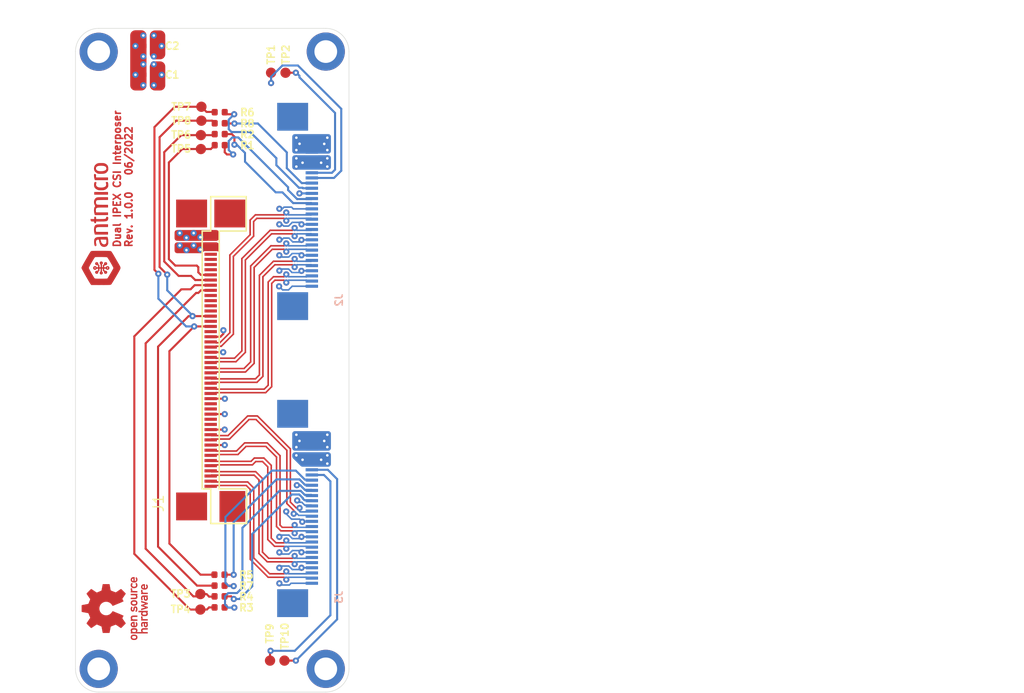
<source format=kicad_pcb>
(kicad_pcb (version 20211014) (generator pcbnew)
  (layers (0 "F.Cu" signal) (1 "In1.Cu" power) (2 "In2.Cu" power) (31 "B.Cu" signal) (34 "B.Paste" user) (35 "F.Paste" user) (36 "B.SilkS" user "B.Silkscreen") (37 "F.SilkS" user "F.Silkscreen") (38 "B.Mask" user) (39 "F.Mask" user) (44 "Edge.Cuts" user))
  (net 0 "")
  (net 1 "GND")
  (net 2 "5V0_SYS")
  (net 3 "3V3_FFC")
  (net 4 "/CAM_R_SCL")
  (net 5 "/CAM_R_SDA")
  (net 6 "/CAM_L_SCL")
  (net 7 "/CAM_L_SDA")
  (net 8 "CAM1_SCL")
  (net 9 "CAM1_SDA")
  (net 24 "CAM2_CSI_D3_N")
  (net 25 "CAM2_CSI_D3_P")
  (net 26 "CAM2_CSI_D2_N")
  (net 27 "CAM2_CSI_D2_P")
  (net 28 "CAM2_CSI_D1_N")
  (net 29 "CAM2_CSI_D1_P")
  (net 30 "CAM2_CSI_D0_N")
  (net 31 "CAM2_CSI_D0_P")
  (net 32 "CAM2_CSI_CLK_N")
  (net 33 "CAM2_CSI_CLK_P")
  (net 34 "CAM1_CSI_D3_N")
  (net 35 "CAM1_CSI_D3_P")
  (net 36 "CAM1_CSI_D2_N")
  (net 37 "CAM1_CSI_D2_P")
  (net 38 "CAM1_CSI_D1_N")
  (net 39 "CAM1_CSI_D1_P")
  (net 40 "CAM1_CSI_D0_N")
  (net 41 "CAM1_CSI_D0_P")
  (net 42 "CAM1_CSI_CLK_N")
  (net 43 "CAM1_CSI_CLK_P")
  (net 44 "CAM1_CSI_CAM_EN")
  (net 45 "CAM1_CSI_CAM_XVS")
  (net 46 "CAM1_CSI_CAM_CLK")
  (net 47 "CAM1_CSI_CAM_XTRIG")
  (net 48 "CAM2_SDA")
  (net 49 "CAM2_SCL")
  (net 50 "CAM2_CSI_CAM_EN")
  (net 51 "CAM2_CSI_CAM_XVS")
  (net 52 "CAM2_CSI_CAM_CLK")
  (net 53 "CAM2_CSI_CAM_XTRIG")
  (net 54 "/CAM_CSI_CAM_EN")
  (net 55 "/CAM_CSI_CAM_XVS")
  (footprint "dual-ipex-csi-interposer-footprints:WE_68715014522" (layer "F.Cu") (at 112.5 132.15 90)
    (fp_text reference "J1")
    (fp_text value "WE_68715014522")
  )
  (footprint "dual-ipex-csi-interposer-footprints:oshw-logo" (layer "F.Cu") (at 103.8 156.25 90)
    (fp_text reference "N1" hide)
    (fp_text value "oshw_logo" hide)
  )
  (footprint "dual-ipex-csi-interposer-footprints:antmicro-logo_scaled_12mm" (layer "F.Cu") (at 102.5 119 90)
    (fp_text reference "N2" hide)
    (fp_text value "antmicro_logo" hide)
  )
  (footprint "dual-ipex-csi-interposer-footprints:mounting-hole-2.2mm" (layer "F.Cu") (at 124.25 162.1)
    (fp_text reference "MP4" hide)
    (fp_text value "PCB_Mount_Hole_2.2_4.5")
  )
  (footprint "dual-ipex-csi-interposer-footprints:mounting-hole-2.2mm" (layer "F.Cu") (at 102.25 162.1)
    (fp_text reference "MP2" hide)
    (fp_text value "PCB_Mount_Hole_2.2_4.5")
  )
  (footprint "dual-ipex-csi-interposer-footprints:mounting-hole-2.2mm" (layer "F.Cu") (at 102.25 102.27)
    (fp_text reference "MP1" hide)
    (fp_text value "PCB_Mount_Hole_2.2_4.5")
  )
  (footprint "dual-ipex-csi-interposer-footprints:0402-res" (layer "F.Cu") (at 113.975 111.325 180)
    (fp_text reference "R1")
    (fp_text value "R_0R_0402")
  )
  (footprint "dual-ipex-csi-interposer-footprints:0402-res" (layer "F.Cu") (at 113.975 110.25 180)
    (fp_text reference "R2")
    (fp_text value "R_0R_0402")
  )
  (footprint "dual-ipex-csi-interposer-footprints:Testpoint_smd_1mm" (layer "F.Cu") (at 112.2 108.9 180)
    (fp_text reference "TP8")
    (fp_text value "TP_SMD1MM" hide)
  )
  (footprint "dual-ipex-csi-interposer-footprints:Testpoint_smd_1mm" (layer "F.Cu") (at 112.2 107.5492 180)
    (fp_text reference "TP7")
    (fp_text value "TP_SMD1MM" hide)
  )
  (footprint "dual-ipex-csi-interposer-footprints:Testpoint_smd_1mm" (layer "F.Cu") (at 118.95 104.25 180)
    (fp_text reference "TP1")
    (fp_text value "TP_SMD1MM" hide)
  )
  (footprint "dual-ipex-csi-interposer-footprints:Testpoint_smd_1mm" (layer "F.Cu") (at 120.35 104.25 180)
    (fp_text reference "TP2")
    (fp_text value "TP_SMD1MM" hide)
  )
  (footprint "dual-ipex-csi-interposer-footprints:Testpoint_smd_1mm" (layer "F.Cu") (at 112.15 111.75)
    (fp_text reference "TP5")
    (fp_text value "TP_SMD1MM" hide)
  )
  (footprint "dual-ipex-csi-interposer-footprints:Testpoint_smd_1mm" (layer "F.Cu") (at 112.1 156.4)
    (fp_text reference "TP4")
    (fp_text value "TP_SMD1MM" hide)
  )
  (footprint "dual-ipex-csi-interposer-footprints:Testpoint_smd_1mm" (layer "F.Cu") (at 112.1 154.9)
    (fp_text reference "TP3")
    (fp_text value "TP_SMD1MM" hide)
  )
  (footprint "dual-ipex-csi-interposer-footprints:Testpoint_smd_1mm" (layer "F.Cu") (at 112.15 110.4008)
    (fp_text reference "TP6")
    (fp_text value "TP_SMD1MM" hide)
  )
  (footprint "dual-ipex-csi-interposer-footprints:mounting-hole-2.2mm" (layer "F.Cu") (at 124.25 102.25)
    (fp_text reference "MP3" hide)
    (fp_text value "PCB_Mount_Hole_2.2_4.5")
  )
  (footprint "dual-ipex-csi-interposer-footprints:0402-res" (layer "F.Cu") (at 113.96 154.03 180)
    (fp_text reference "R7")
    (fp_text value "R_0R_0402")
  )
  (footprint "dual-ipex-csi-interposer-footprints:0402-cap" (layer "F.Cu") (at 107.08 104.5 180)
    (fp_text reference "C1")
    (fp_text value "C_100n_0402")
  )
  (footprint "dual-ipex-csi-interposer-footprints:0402-res" (layer "F.Cu") (at 113.975 109.2 180)
    (fp_text reference "R8")
    (fp_text value "R_0R_0402")
  )
  (footprint "dual-ipex-csi-interposer-footprints:0402-res" (layer "F.Cu") (at 113.975 108.125 180)
    (fp_text reference "R6")
    (fp_text value "R_0R_0402")
  )
  (footprint "dual-ipex-csi-interposer-footprints:Testpoint_smd_1mm" (layer "F.Cu") (at 118.9 161.3 90)
    (fp_text reference "TP9")
    (fp_text value "TP_SMD1MM" hide)
  )
  (footprint "dual-ipex-csi-interposer-footprints:Testpoint_smd_1mm" (layer "F.Cu") (at 120.3 161.3 90)
    (fp_text reference "TP10")
    (fp_text value "TP_SMD1MM" hide)
  )
  (footprint "dual-ipex-csi-interposer-footprints:0402-res" (layer "F.Cu") (at 113.95 152.97 180)
    (fp_text reference "R5")
    (fp_text value "R_0R_0402")
  )
  (footprint "dual-ipex-csi-interposer-footprints:0402-cap" (layer "F.Cu") (at 107.079999 101.706 180)
    (fp_text reference "C2")
    (fp_text value "C_100n_0402")
  )
  (footprint "dual-ipex-csi-interposer-footprints:0402-res" (layer "F.Cu") (at 113.96 155.07 180)
    (fp_text reference "R4")
    (fp_text value "R_0R_0402")
  )
  (footprint "dual-ipex-csi-interposer-footprints:0402-res" (layer "F.Cu") (at 113.96 156.14 180)
    (fp_text reference "R3")
    (fp_text value "R_0R_0402")
  )
  (footprint "dual-ipex-csi-interposer-footprints:MSAK24025P30" (layer "B.Cu") (at 123.5 117.75 90)
    (fp_text reference "J2")
    (fp_text value "MSAK24025P30" hide)
  )
  (footprint "dual-ipex-csi-interposer-footprints:MSAK24025P30" (layer "B.Cu") (at 123.5 146.55 90)
    (fp_text reference "J3")
    (fp_text value "MSAK24025P30" hide)
  )
  (gr_line (start 100 162.1) (end 100 102.25) (layer "Edge.Cuts") (width 0.05))
  (gr_arc (start 102.25 164.35) (mid 100.65901 163.69099) (end 100 162.1) (layer "Edge.Cuts") (width 0.05))
  (gr_arc (start 124.25 100) (mid 125.84099 100.65901) (end 126.5 102.25) (layer "Edge.Cuts") (width 0.05))
  (gr_arc (start 100 102.25) (mid 100.65901 100.65901) (end 102.25 100) (layer "Edge.Cuts") (width 0.05))
  (gr_arc (start 126.5 162.1) (mid 125.84099 163.69099) (end 124.25 164.35) (layer "Edge.Cuts") (width 0.05))
  (gr_line (start 124.25 164.35) (end 102.25 164.35) (layer "Edge.Cuts") (width 0.05))
  (gr_line (start 102.25 100) (end 124.25 100) (layer "Edge.Cuts") (width 0.05))
  (gr_line (start 126.5 102.25) (end 126.5 162.1) (layer "Edge.Cuts") (width 0.05))
  (gr_text "Dual IPEX CSI Interposer\nRev. 1.0.0   06/2022" (at 104.6 121.3 90) (layer "F.Cu") (effects (font (size 0.7 0.7)) (justify left)))
  (segment (start 114.04 129.9) (end 113.1 129.9) (width 0.2) (layer "F.Cu") (net 1))
  (segment (start 114.33 129.27) (end 114.33 129.61) (width 0.2) (layer "F.Cu") (net 1))
  (segment (start 113.1 137.4) (end 114.46 137.4) (width 0.2) (layer "F.Cu") (net 1))
  (segment (start 114.45 138.9) (end 113.1 138.9) (width 0.2) (layer "F.Cu") (net 1))
  (segment (start 113.1 135.9) (end 114.46 135.9) (width 0.2) (layer "F.Cu") (net 1))
  (segment (start 113.1 131.4) (end 114.31 131.4) (width 0.2) (layer "F.Cu") (net 1))
  (segment (start 114.46 135.9) (end 114.47 135.91) (width 0.2) (layer "F.Cu") (net 1))
  (segment (start 113.1 140.4) (end 114.46 140.4) (width 0.2) (layer "F.Cu") (net 1))
  (segment (start 114.33 129.61) (end 114.04 129.9) (width 0.2) (layer "F.Cu") (net 1))
  (via (at 119.750002 149.3) (size 0.6) (drill 0.25) (layers "F.Cu" "B.Cu") (net 1))
  (via (at 121.900001 152.3) (size 0.6) (drill 0.25) (layers "F.Cu" "B.Cu") (net 1))
  (via (at 121.895001 150.789977) (size 0.6) (drill 0.25) (layers "F.Cu" "B.Cu") (net 1))
  (via (at 105.81 101.706) (size 0.6) (drill 0.25) (layers "F.Cu" "B.Cu") (net 1))
  (via (at 119.755001 153.810023) (size 0.6) (drill 0.25) (layers "F.Cu" "B.Cu") (net 1))
  (via (at 106.572001 102.722) (size 0.6) (drill 0.25) (layers "F.Cu" "B.Cu") (net 1))
  (via (at 119.755002 150.810023) (size 0.6) (drill 0.25) (layers "F.Cu" "B.Cu") (net 1))
  (via (at 119.750001 152.3) (size 0.6) (drill 0.25) (layers "F.Cu" "B.Cu") (net 1))
  (via (at 114.47 135.91) (size 0.6) (drill 0.25) (layers "F.Cu" "B.Cu") (net 1))
  (via (at 120.418128 146.842963) (size 0.6) (drill 0.25) (layers "F.Cu" "B.Cu") (net 1))
  (via (at 119.726244 125.012495) (size 0.6) (drill 0.25) (layers "F.Cu" "B.Cu") (net 1))
  (via (at 121.895002 123.510024) (size 0.6) (drill 0.25) (layers "F.Cu" "B.Cu") (net 1))
  (via (at 114.46 140.4) (size 0.6) (drill 0.25) (layers "F.Cu" "B.Cu") (net 1))
  (via (at 119.750001 119) (size 0.6) (drill 0.25) (layers "F.Cu" "B.Cu") (net 1))
  (via (at 119.750002 122) (size 0.6) (drill 0.25) (layers "F.Cu" "B.Cu") (net 1))
  (via (at 106.572 103.484) (size 0.6) (drill 0.25) (layers "F.Cu" "B.Cu") (net 1))
  (via (at 121.48234 145.77168) (size 0.6) (drill 0.25) (layers "F.Cu" "B.Cu") (net 1))
  (via (at 121.45 144.293566) (size 0.6) (drill 0.25) (layers "F.Cu" "B.Cu") (net 1))
  (via (at 121.900001 119) (size 0.6) (drill 0.25) (layers "F.Cu" "B.Cu") (net 1))
  (via (at 121.900002 122.000001) (size 0.6) (drill 0.25) (layers "F.Cu" "B.Cu") (net 1))
  (via (at 121.895001 120.510023) (size 0.6) (drill 0.25) (layers "F.Cu" "B.Cu") (net 1))
  (via (at 119.755002 120.489977) (size 0.6) (drill 0.25) (layers "F.Cu" "B.Cu") (net 1))
  (via (at 119.755001 117.489977) (size 0.6) (drill 0.25) (layers "F.Cu" "B.Cu") (net 1))
  (via (at 119.755002 123.489977) (size 0.6) (drill 0.25) (layers "F.Cu" "B.Cu") (net 1))
  (via (at 114.45 138.9) (size 0.6) (drill 0.25) (layers "F.Cu" "B.Cu") (net 1))
  (via (at 106.572 105.516) (size 0.6) (drill 0.25) (layers "F.Cu" "B.Cu") (net 1))
  (via (at 114.46 137.4) (size 0.6) (drill 0.25) (layers "F.Cu" "B.Cu") (net 1))
  (via (at 121.7 116) (size 0.6) (drill 0.25) (layers "F.Cu" "B.Cu") (net 1))
  (via (at 121.900002 149.3) (size 0.6) (drill 0.25) (layers "F.Cu" "B.Cu") (net 1))
  (via (at 114.33 129.27) (size 0.6) (drill 0.25) (layers "F.Cu" "B.Cu") (net 1))
  (via (at 121.976628 147.837778) (size 0.6) (drill 0.25) (layers "F.Cu" "B.Cu") (net 1))
  (via (at 106.572001 100.69) (size 0.6) (drill 0.25) (layers "F.Cu" "B.Cu") (net 1))
  (via (at 105.81 104.5) (size 0.6) (drill 0.25) (layers "F.Cu" "B.Cu") (net 1))
  (via (at 114.31 131.4) (size 0.6) (drill 0.25) (layers "F.Cu" "B.Cu") (net 1))
  (segment (start 120.677538 120.33) (end 121.047538 120.7) (width 0.15) (layer "B.Cu") (net 1))
  (segment (start 119.750001 152.3) (end 119.920001 152.13) (width 0.15) (layer "B.Cu") (net 1))
  (segment (start 121.926077 145.946386) (end 121.68566 145.946386) (width 0.15) (layer "B.Cu") (net 1))
  (segment (start 119.755002 150.810023) (end 119.914979 150.97) (width 0.15) (layer "B.Cu") (net 1))
  (segment (start 121.735024 150.63) (end 121.895001 150.789977) (width 0.15) (layer "B.Cu") (net 1))
  (segment (start 119.750002 149.3) (end 119.920002 149.13) (width 0.15) (layer "B.Cu") (net 1))
  (segment (start 120.66 122.17) (end 121 121.83) (width 0.15) (layer "B.Cu") (net 1))
  (segment (start 121.45 144.293566) (end 121.771992 144.293566) (width 0.2) (layer "B.Cu") (net 1))
  (segment (start 121.976628 147.837778) (end 121.722464 147.583614) (width 0.15) (layer "B.Cu") (net 1))
  (segment (start 120.67 152.13) (end 121.01 152.47) (width 0.15) (layer "B.Cu") (net 1))
  (segment (start 119.920002 122.17) (end 120.66 122.17) (width 0.15) (layer "B.Cu") (net 1))
  (segment (start 120.068749 125.355) (end 120.645 125.355) (width 0.15) (layer "B.Cu") (net 1))
  (segment (start 120 119) (end 120.169999 119.169999) (width 0.15) (layer "B.Cu") (net 1))
  (segment (start 120.642464 119.169999) (end 121.002463 118.81) (width 0.15) (layer "B.Cu") (net 1))
  (segment (start 122.9 123.5) (end 121.905026 123.5) (width 0.15) (layer "B.Cu") (net 1))
  (segment (start 119.920002 149.13) (end 120.677539 149.13) (width 0.15) (layer "B.Cu") (net 1))
  (segment (start 121.722464 147.583614) (end 120.932537 147.583614) (width 0.15) (layer "B.Cu") (net 1))
  (segment (start 120.418128 147.069205) (end 120.418128 146.842963) (width 0.15) (layer "B.Cu") (net 1))
  (segment (start 122.889977 120.510023) (end 122.9 120.5) (width 0.15) (layer "B.Cu") (net 1))
  (segment (start 121.895001 120.510023) (end 122.889977 120.510023) (width 0.15) (layer "B.Cu") (net 1))
  (segment (start 121.900001 152.3) (end 122.9 152.3) (width 0.15) (layer "B.Cu") (net 1))
  (segment (start 120.642465 123.33) (end 119.914979 123.33) (width 0.15) (layer "B.Cu") (net 1))
  (segment (start 119.920001 152.13) (end 120.67 152.13) (width 0.15) (layer "B.Cu") (net 1))
  (segment (start 120.982465 123.67) (end 120.642465 123.33) (width 0.15) (layer "B.Cu") (net 1))
  (segment (start 121.730001 152.47) (end 121.900001 152.3) (width 0.15) (layer "B.Cu") (net 1))
  (segment (start 121 125) (end 122.9 125) (width 0.15) (layer "B.Cu") (net 1))
  (segment (start 122.209691 146.23) (end 121.926077 145.946386) (width 0.15) (layer "B.Cu") (net 1))
  (segment (start 120.169999 119.169999) (end 120.642464 119.169999) (width 0.15) (layer "B.Cu") (net 1))
  (segment (start 121.01 152.47) (end 121.730001 152.47) (width 0.15) (layer "B.Cu") (net 1))
  (segment (start 122.9 150.8) (end 121.905024 150.8) (width 0.15) (layer "B.Cu") (net 1))
  (segment (start 122.85 144.75) (end 122.9 144.8) (width 0.2) (layer "B.Cu") (net 1))
  (segment (start 122.014406 147.8) (end 122.9 147.8) (width 0.15) (layer "B.Cu") (net 1))
  (segment (start 122.83 146.23) (end 122.209691 146.23) (width 0.15) (layer "B.Cu") (net 1))
  (segment (start 120.207538 117.33) (end 120.047561 117.489977) (width 0.15) (layer "B.Cu") (net 1))
  (segment (start 121 121.83) (end 121.730001 121.83) (width 0.15) (layer "B.Cu") (net 1))
  (segment (start 119.755002 120.489977) (end 120.010023 120.489977) (width 0.15) (layer "B.Cu") (net 1))
  (segment (start 119.914979 150.97) (end 120.677538 150.97) (width 0.15) (layer "B.Cu") (net 1))
  (segment (start 121.002463 118.81) (end 121.710001 118.81) (width 0.15) (layer "B.Cu") (net 1))
  (segment (start 122.9 116) (end 121.7 116) (width 0.2) (layer "B.Cu") (net 1))
  (segment (start 121.1 117.5) (end 120.93 117.33) (width 0.15) (layer "B.Cu") (net 1))
  (segment (start 120.932537 147.583614) (end 120.418128 147.069205) (width 0.15) (layer "B.Cu") (net 1))
  (segment (start 120.645 125.355) (end 121 125) (width 0.15) (layer "B.Cu") (net 1))
  (segment (start 122.228426 144.75) (end 122.85 144.75) (width 0.2) (layer "B.Cu") (net 1))
  (segment (start 121.017538 150.63) (end 121.735024 150.63) (width 0.15) (layer "B.Cu") (net 1))
  (segment (start 119.726244 125.012495) (end 120.068749 125.355) (width 0.15) (layer "B.Cu") (net 1))
  (segment (start 122.9 117.5) (end 121.1 117.5) (width 0.15) (layer "B.Cu") (net 1))
  (segment (start 119.750001 119) (end 120 119) (width 0.15) (layer "B.Cu") (net 1))
  (segment (start 122.9 146.3) (end 122.83 146.23) (width 0.15) (layer "B.Cu") (net 1))
  (segment (start 121.976628 147.837778) (end 122.014406 147.8) (width 0.15) (layer "B.Cu") (net 1))
  (segment (start 121.017539 149.47) (end 121.730002 149.47) (width 0.15) (layer "B.Cu") (net 1))
  (segment (start 121.905026 123.5) (end 121.895002 123.510024) (width 0.15) (layer "B.Cu") (net 1))
  (segment (start 120.93 117.33) (end 120.207538 117.33) (width 0.15) (layer "B.Cu") (net 1))
  (segment (start 121.900002 122.000001) (end 122.9 122) (width 0.15) (layer "B.Cu") (net 1))
  (segment (start 120.72 153.97) (end 120.89 153.8) (width 0.15) (layer "B.Cu") (net 1))
  (segment (start 121.705024 120.7) (end 121.895001 120.510023) (width 0.15) (layer "B.Cu") (net 1))
  (segment (start 121.895002 123.510024) (end 121.735026 123.67) (width 0.15) (layer "B.Cu") (net 1))
  (segment (start 120.89 153.8) (end 122.9 153.8) (width 0.15) (layer "B.Cu") (net 1))
  (segment (start 120.17 120.33) (end 120.677538 120.33) (width 0.15) (layer "B.Cu") (net 1))
  (segment (start 121.900001 119) (end 122.9 119) (width 0.15) (layer "B.Cu") (net 1))
  (segment (start 120.010023 120.489977) (end 120.17 120.33) (width 0.15) (layer "B.Cu") (net 1))
  (segment (start 121.900002 149.3) (end 122.9 149.3) (width 0.15) (layer "B.Cu") (net 1))
  (segment (start 121.905024 150.8) (end 121.895001 150.789977) (width 0.15) (layer "B.Cu") (net 1))
  (segment (start 121.047538 120.7) (end 121.705024 120.7) (width 0.15) (layer "B.Cu") (net 1))
  (segment (start 120.677538 150.97) (end 121.017538 150.63) (width 0.15) (layer "B.Cu") (net 1))
  (segment (start 121.730002 149.47) (end 121.900002 149.3) (width 0.15) (layer "B.Cu") (net 1))
  (segment (start 119.914979 123.33) (end 119.755002 123.489977) (width 0.15) (layer "B.Cu") (net 1))
  (segment (start 119.750002 122) (end 119.920002 122.17) (width 0.15) (layer "B.Cu") (net 1))
  (segment (start 119.914978 153.97) (end 120.72 153.97) (width 0.15) (layer "B.Cu") (net 1))
  (segment (start 121.771992 144.293566) (end 122.228426 144.75) (width 0.2) (layer "B.Cu") (net 1))
  (segment (start 121.730001 121.83) (end 121.900002 122.000001) (width 0.15) (layer "B.Cu") (net 1))
  (segment (start 121.710001 118.81) (end 121.900001 119) (width 0.15) (layer "B.Cu") (net 1))
  (segment (start 120.047561 117.489977) (end 119.755001 117.489977) (width 0.15) (layer "B.Cu") (net 1))
  (segment (start 121.68566 145.946386) (end 121.48234 145.743066) (width 0.15) (layer "B.Cu") (net 1))
  (segment (start 121.735026 123.67) (end 120.982465 123.67) (width 0.15) (layer "B.Cu") (net 1))
  (segment (start 119.755001 153.810023) (end 119.914978 153.97) (width 0.15) (layer "B.Cu") (net 1))
  (segment (start 120.677539 149.13) (end 121.017539 149.47) (width 0.15) (layer "B.Cu") (net 1))
  (via (at 121.4 110.6) (size 0.6) (drill 0.25) (layers "F.Cu" "B.Cu") (net 2))
  (via (at 121.4 111.8) (size 0.6) (drill 0.25) (layers "F.Cu" "B.Cu") (net 2))
  (via (at 124.4 111.8) (size 0.6) (drill 0.25) (layers "F.Cu" "B.Cu") (net 2))
  (via (at 124.4 110.6) (size 0.6) (drill 0.25) (layers "F.Cu" "B.Cu") (net 2))
  (via (at 121.71 111.19) (size 0.6) (drill 0.25) (layers "F.Cu" "B.Cu") (net 2))
  (via (at 107.588 100.69) (size 0.6) (drill 0.25) (layers "F.Cu" "B.Cu") (net 2))
  (via (at 121.4 140.6) (size 0.6) (drill 0.25) (layers "F.Cu" "B.Cu") (net 2))
  (via (at 112.1 120.25) (size 0.6) (drill 0.25) (layers "F.Cu" "B.Cu") (net 2))
  (via (at 108.35 101.706) (size 0.6) (drill 0.25) (layers "F.Cu" "B.Cu") (net 2))
  (via (at 110.1 119.85) (size 0.6) (drill 0.25) (layers "F.Cu" "B.Cu") (net 2))
  (via (at 111.45 119.85) (size 0.6) (drill 0.25) (layers "F.Cu" "B.Cu") (net 2))
  (via (at 124.4 140.6) (size 0.6) (drill 0.25) (layers "F.Cu" "B.Cu") (net 2))
  (via (at 107.588 102.722) (size 0.6) (drill 0.25) (layers "F.Cu" "B.Cu") (net 2))
  (via (at 124.1 111.2) (size 0.6) (drill 0.25) (layers "F.Cu" "B.Cu") (net 2))
  (via (at 124.4 139.4) (size 0.6) (drill 0.25) (layers "F.Cu" "B.Cu") (net 2))
  (via (at 124.1 140) (size 0.6) (drill 0.25) (layers "F.Cu" "B.Cu") (net 2))
  (via (at 121.4 139.4) (size 0.6) (drill 0.25) (layers "F.Cu" "B.Cu") (net 2))
  (via (at 121.7 140) (size 0.6) (drill 0.25) (layers "F.Cu" "B.Cu") (net 2))
  (via (at 110.75 120.3) (size 0.6) (drill 0.25) (layers "F.Cu" "B.Cu") (net 2))
  (via (at 124.4 112.6) (size 0.6) (drill 0.25) (layers "F.Cu" "B.Cu") (net 3))
  (via (at 121.4 113.4) (size 0.6) (drill 0.25) (layers "F.Cu" "B.Cu") (net 3))
  (via (at 121.4 112.6) (size 0.6) (drill 0.25) (layers "F.Cu" "B.Cu") (net 3))
  (via (at 124.4 113.4) (size 0.6) (drill 0.25) (layers "F.Cu" "B.Cu") (net 3))
  (via (at 123.8 113.028) (size 0.6) (drill 0.25) (layers "F.Cu" "B.Cu") (net 3))
  (via (at 122 113.028) (size 0.6) (drill 0.25) (layers "F.Cu" "B.Cu") (net 3))
  (via (at 107.588 103.483999) (size 0.6) (drill 0.25) (layers "F.Cu" "B.Cu") (net 3))
  (via (at 122 141.828) (size 0.6) (drill 0.25) (layers "F.Cu" "B.Cu") (net 3))
  (via (at 121.4 141.4) (size 0.6) (drill 0.25) (layers "F.Cu" "B.Cu") (net 3))
  (via (at 111.45 121.05) (size 0.6) (drill 0.25) (layers "F.Cu" "B.Cu") (net 3))
  (via (at 108.35 104.5) (size 0.6) (drill 0.25) (layers "F.Cu" "B.Cu") (net 3))
  (via (at 124.4 141.4) (size 0.6) (drill 0.25) (layers "F.Cu" "B.Cu") (net 3))
  (via (at 107.588 105.516) (size 0.6) (drill 0.25) (layers "F.Cu" "B.Cu") (net 3))
  (via (at 110.1 121.05) (size 0.6) (drill 0.25) (layers "F.Cu" "B.Cu") (net 3))
  (via (at 112.1 121.45) (size 0.6) (drill 0.25) (layers "F.Cu" "B.Cu") (net 3))
  (via (at 123.8 141.828) (size 0.6) (drill 0.25) (layers "F.Cu" "B.Cu") (net 3))
  (via (at 110.75 121.5) (size 0.6) (drill 0.25) (layers "F.Cu" "B.Cu") (net 3))
  (via (at 124.4 142.2) (size 0.6) (drill 0.25) (layers "F.Cu" "B.Cu") (net 3))
  (segment (start 111.9 123.15) (end 111.75 123) (width 0.2) (layer "F.Cu") (net 4))
  (segment (start 112.15 123.9) (end 111.9 123.65) (width 0.2) (layer "F.Cu") (net 4))
  (segment (start 109.05 122.375) (end 109.05 113) (width 0.2) (layer "F.Cu") (net 4))
  (segment (start 110.3508 111.6992) (end 112.15 111.6992) (width 0.2) (layer "F.Cu") (net 4))
  (segment (start 109.05 113) (end 110.3508 111.6992) (width 0.2) (layer "F.Cu") (net 4))
  (segment (start 113.1 123.9) (end 112.15 123.9) (width 0.2) (layer "F.Cu") (net 4))
  (segment (start 112.15 111.6992) (end 113.1158 111.6992) (width 0.2) (layer "F.Cu") (net 4))
  (segment (start 113.1158 111.6992) (end 113.49 111.325) (width 0.2) (layer "F.Cu") (net 4))
  (segment (start 111.9 123.65) (end 111.9 123.15) (width 0.2) (layer "F.Cu") (net 4))
  (segment (start 111.75 123) (end 109.675 123) (width 0.2) (layer "F.Cu") (net 4))
  (segment (start 109.675 123) (end 109.05 122.375) (width 0.2) (layer "F.Cu") (net 4))
  (segment (start 113.39 110.35) (end 113.49 110.25) (width 0.2) (layer "F.Cu") (net 5))
  (segment (start 113.1 124.4) (end 111.6 124.4) (width 0.2) (layer "F.Cu") (net 5))
  (segment (start 111.6 124.4) (end 111.2 124) (width 0.2) (layer "F.Cu") (net 5))
  (segment (start 112.15 110.35) (end 113.39 110.35) (width 0.2) (layer "F.Cu") (net 5))
  (segment (start 108.6 112) (end 110.25 110.35) (width 0.2) (layer "F.Cu") (net 5))
  (segment (start 110 124) (end 108.6 122.6) (width 0.2) (layer "F.Cu") (net 5))
  (segment (start 108.6 122.6) (end 108.6 112) (width 0.2) (layer "F.Cu") (net 5))
  (segment (start 110.25 110.35) (end 112.15 110.35) (width 0.2) (layer "F.Cu") (net 5))
  (segment (start 111.2 124) (end 110 124) (width 0.2) (layer "F.Cu") (net 5))
  (segment (start 105.7 129.86) (end 105.7 150.95) (width 0.2) (layer "F.Cu") (net 6))
  (segment (start 105.7 150.95) (end 111.0992 156.3492) (width 0.2) (layer "F.Cu") (net 6))
  (segment (start 110.26 125.3) (end 105.7 129.86) (width 0.2) (layer "F.Cu") (net 6))
  (segment (start 112.7308 156.3492) (end 112.94 156.14) (width 0.2) (layer "F.Cu") (net 6))
  (segment (start 111.0992 156.3492) (end 112.1 156.3492) (width 0.2) (layer "F.Cu") (net 6))
  (segment (start 111.55 124.9) (end 113.1 124.9) (width 0.2) (layer "F.Cu") (net 6))
  (segment (start 111.15 125.3) (end 111.55 124.9) (width 0.2) (layer "F.Cu") (net 6))
  (segment (start 111.15 125.3) (end 110.26 125.3) (width 0.2) (layer "F.Cu") (net 6))
  (segment (start 112.94 156.14) (end 113.475 156.14) (width 0.2) (layer "F.Cu") (net 6))
  (segment (start 112.1 156.3492) (end 112.7308 156.3492) (width 0.2) (layer "F.Cu") (net 6))
  (segment (start 111.688 125.65) (end 111.9 125.65) (width 0.2) (layer "F.Cu") (net 7))
  (segment (start 112.06 155.07) (end 111.42 155.07) (width 0.2) (layer "F.Cu") (net 7))
  (segment (start 113.1 125.4) (end 112.15 125.4) (width 0.2) (layer "F.Cu") (net 7))
  (segment (start 112.15 125.4) (end 111.9 125.65) (width 0.2) (layer "F.Cu") (net 7))
  (segment (start 106.8 130.538) (end 111.688 125.65) (width 0.2) (layer "F.Cu") (net 7))
  (segment (start 113.445 155.1) (end 113.475 155.07) (width 0.2) (layer "F.Cu") (net 7))
  (segment (start 112.6992 154.8492) (end 112.95 155.1) (width 0.2) (layer "F.Cu") (net 7))
  (segment (start 111.42 155.07) (end 106.8 150.45) (width 0.2) (layer "F.Cu") (net 7))
  (segment (start 112.95 155.1) (end 113.445 155.1) (width 0.2) (layer "F.Cu") (net 7))
  (segment (start 106.8 150.45) (end 106.8 130.538) (width 0.2) (layer "F.Cu") (net 7))
  (segment (start 112.1 154.8492) (end 112.6992 154.8492) (width 0.2) (layer "F.Cu") (net 7))
  (segment (start 114.46 112.01) (end 114.46 111.325) (width 0.2) (layer "F.Cu") (net 8))
  (segment (start 114.675 112.225) (end 114.46 112.01) (width 0.2) (layer "F.Cu") (net 8))
  (segment (start 115.275 112.225) (end 114.675 112.225) (width 0.2) (layer "F.Cu") (net 8))
  (via (at 115.275 112.225) (size 0.6) (drill 0.25) (layers "F.Cu" "B.Cu") (net 8))
  (segment (start 121.472182 116.55) (end 122.85 116.55) (width 0.2) (layer "B.Cu") (net 8))
  (segment (start 120.6 115.677818) (end 121.472182 116.55) (width 0.2) (layer "B.Cu") (net 8))
  (segment (start 115.775 110.575) (end 120.6 115.4) (width 0.2) (layer "B.Cu") (net 8))
  (segment (start 120.6 115.4) (end 120.6 115.677818) (width 0.2) (layer "B.Cu") (net 8))
  (segment (start 122.85 116.55) (end 122.9 116.5) (width 0.2) (layer "B.Cu") (net 8))
  (segment (start 114.85 110.925) (end 115.2 110.575) (width 0.2) (layer "B.Cu") (net 8))
  (segment (start 115.275 112.225) (end 114.85 111.8) (width 0.2) (layer "B.Cu") (net 8))
  (segment (start 115.2 110.575) (end 115.775 110.575) (width 0.2) (layer "B.Cu") (net 8))
  (segment (start 114.85 111.8) (end 114.85 110.925) (width 0.2) (layer "B.Cu") (net 8))
  (segment (start 115.15 110.25) (end 114.46 110.25) (width 0.2) (layer "F.Cu") (net 9))
  (segment (start 115.4 111.275) (end 115.4 110.5) (width 0.2) (layer "F.Cu") (net 9))
  (segment (start 115.4 110.5) (end 115.15 110.25) (width 0.2) (layer "F.Cu") (net 9))
  (via (at 115.4 111.275) (size 0.6) (drill 0.25) (layers "F.Cu" "B.Cu") (net 9))
  (segment (start 115.625 111.275) (end 115.4 111.275) (width 0.2) (layer "B.Cu") (net 9))
  (segment (start 116.425 112.075) (end 115.625 111.275) (width 0.2) (layer "B.Cu") (net 9))
  (segment (start 121.089977 116.939977) (end 120.05 115.9) (width 0.2) (layer "B.Cu") (net 9))
  (segment (start 122.839977 116.939977) (end 121.089977 116.939977) (width 0.2) (layer "B.Cu") (net 9))
  (segment (start 116.425 112.925) (end 116.425 112.075) (width 0.2) (layer "B.Cu") (net 9))
  (segment (start 120.05 115.9) (end 119.4 115.9) (width 0.2) (layer "B.Cu") (net 9))
  (segment (start 122.9 117) (end 122.839977 116.939977) (width 0.2) (layer "B.Cu") (net 9))
  (segment (start 119.4 115.9) (end 116.425 112.925) (width 0.2) (layer "B.Cu") (net 9))
  (segment (start 116.549168 144.32) (end 116.93 144.700832) (width 0.15) (layer "F.Cu") (net 24))
  (segment (start 116.93 144.700832) (end 116.93 151.480418) (width 0.15) (layer "F.Cu") (net 24))
  (segment (start 118.669582 153.22) (end 120.200001 153.22) (width 0.15) (layer "F.Cu") (net 24))
  (segment (start 120.200001 153.22) (end 120.425001 153.445) (width 0.15) (layer "F.Cu") (net 24))
  (segment (start 113.18 144.32) (end 116.549168 144.32) (width 0.15) (layer "F.Cu") (net 24))
  (segment (start 116.93 151.480418) (end 118.669582 153.22) (width 0.15) (layer "F.Cu") (net 24))
  (segment (start 113.1 144.4) (end 113.18 144.32) (width 0.15) (layer "F.Cu") (net 24))
  (via (at 120.425001 153.445) (size 0.6) (drill 0.25) (layers "F.Cu" "B.Cu") (net 24))
  (segment (start 122.45 153.3) (end 122.37 153.22) (width 0.15) (layer "B.Cu") (net 24))
  (segment (start 120.650001 153.22) (end 120.425001 153.445) (width 0.15) (layer "B.Cu") (net 24))
  (segment (start 122.37 153.22) (end 120.650001 153.22) (width 0.15) (layer "B.Cu") (net 24))
  (segment (start 122.9 153.3) (end 122.45 153.3) (width 0.15) (layer "B.Cu") (net 24))
  (segment (start 120.200001 152.88) (end 120.425001 152.655) (width 0.15) (layer "F.Cu") (net 25))
  (segment (start 117.27 151.339582) (end 118.810418 152.88) (width 0.15) (layer "F.Cu") (net 25))
  (segment (start 117.27 144.56) (end 117.27 151.339582) (width 0.15) (layer "F.Cu") (net 25))
  (segment (start 113.1 143.9) (end 113.18 143.98) (width 0.15) (layer "F.Cu") (net 25))
  (segment (start 118.810418 152.88) (end 120.200001 152.88) (width 0.15) (layer "F.Cu") (net 25))
  (segment (start 116.69 143.98) (end 117.27 144.56) (width 0.15) (layer "F.Cu") (net 25))
  (segment (start 113.18 143.98) (end 116.69 143.98) (width 0.15) (layer "F.Cu") (net 25))
  (via (at 120.425001 152.655) (size 0.6) (drill 0.25) (layers "F.Cu" "B.Cu") (net 25))
  (segment (start 122.9 152.8) (end 122.45 152.8) (width 0.15) (layer "B.Cu") (net 25))
  (segment (start 120.650001 152.88) (end 120.425001 152.655) (width 0.15) (layer "B.Cu") (net 25))
  (segment (start 122.37 152.88) (end 120.650001 152.88) (width 0.15) (layer "B.Cu") (net 25))
  (segment (start 122.45 152.8) (end 122.37 152.88) (width 0.15) (layer "B.Cu") (net 25))
  (segment (start 117.7795 150.919918) (end 118.579582 151.72) (width 0.15) (layer "F.Cu") (net 26))
  (segment (start 117.7795 143.780332) (end 117.7795 150.919918) (width 0.15) (layer "F.Cu") (net 26))
  (segment (start 113.18 143.32) (end 117.319168 143.32) (width 0.15) (layer "F.Cu") (net 26))
  (segment (start 117.319168 143.32) (end 117.7795 143.780332) (width 0.15) (layer "F.Cu") (net 26))
  (segment (start 121.010001 151.72) (end 121.235001 151.945) (width 0.15) (layer "F.Cu") (net 26))
  (segment (start 113.1 143.4) (end 113.18 143.32) (width 0.15) (layer "F.Cu") (net 26))
  (segment (start 118.579582 151.72) (end 121.010001 151.72) (width 0.15) (layer "F.Cu") (net 26))
  (via (at 121.235001 151.945) (size 0.6) (drill 0.25) (layers "F.Cu" "B.Cu") (net 26))
  (segment (start 121.460001 151.72) (end 121.235001 151.945) (width 0.15) (layer "B.Cu") (net 26))
  (segment (start 122.45 151.8) (end 122.37 151.72) (width 0.15) (layer "B.Cu") (net 26))
  (segment (start 122.9 151.8) (end 122.45 151.8) (width 0.15) (layer "B.Cu") (net 26))
  (segment (start 122.37 151.72) (end 121.460001 151.72) (width 0.15) (layer "B.Cu") (net 26))
  (segment (start 121.010001 151.38) (end 121.235001 151.155) (width 0.15) (layer "F.Cu") (net 27))
  (segment (start 118.1195 143.6395) (end 118.1195 150.779082) (width 0.15) (layer "F.Cu") (net 27))
  (segment (start 118.1195 150.779082) (end 118.720418 151.38) (width 0.15) (layer "F.Cu") (net 27))
  (segment (start 118.720418 151.38) (end 121.010001 151.38) (width 0.15) (layer "F.Cu") (net 27))
  (segment (start 113.1 142.9) (end 113.18 142.98) (width 0.15) (layer "F.Cu") (net 27))
  (segment (start 113.18 142.98) (end 117.46 142.98) (width 0.15) (layer "F.Cu") (net 27))
  (segment (start 117.46 142.98) (end 118.1195 143.6395) (width 0.15) (layer "F.Cu") (net 27))
  (via (at 121.235001 151.155) (size 0.6) (drill 0.25) (layers "F.Cu" "B.Cu") (net 27))
  (segment (start 122.37 151.38) (end 121.460001 151.38) (width 0.15) (layer "B.Cu") (net 27))
  (segment (start 122.9 151.3) (end 122.45 151.3) (width 0.15) (layer "B.Cu") (net 27))
  (segment (start 122.45 151.3) (end 122.37 151.38) (width 0.15) (layer "B.Cu") (net 27))
  (segment (start 121.460001 151.38) (end 121.235001 151.155) (width 0.15) (layer "B.Cu") (net 27))
  (segment (start 120.200002 150.22) (end 119.289168 150.22) (width 0.15) (layer "F.Cu") (net 28))
  (segment (start 118.629 149.559832) (end 118.629 142.509832) (width 0.15) (layer "F.Cu") (net 28))
  (segment (start 113.18 142.32) (end 113.1 142.4) (width 0.15) (layer "F.Cu") (net 28))
  (segment (start 117.147596 142.32) (end 113.18 142.32) (width 0.15) (layer "F.Cu") (net 28))
  (segment (start 118.119168 142) (end 117.467596 142) (width 0.15) (layer "F.Cu") (net 28))
  (segment (start 117.467596 142) (end 117.147596 142.32) (width 0.15) (layer "F.Cu") (net 28))
  (segment (start 120.425002 150.445) (end 120.200002 150.22) (width 0.15) (layer "F.Cu") (net 28))
  (segment (start 118.629 142.509832) (end 118.119168 142) (width 0.15) (layer "F.Cu") (net 28))
  (segment (start 119.289168 150.22) (end 118.629 149.559832) (width 0.15) (layer "F.Cu") (net 28))
  (via (at 120.425002 150.445) (size 0.6) (drill 0.25) (layers "F.Cu" "B.Cu") (net 28))
  (segment (start 122.9 150.3) (end 122.45 150.3) (width 0.15) (layer "B.Cu") (net 28))
  (segment (start 120.650002 150.22) (end 120.425002 150.445) (width 0.15) (layer "B.Cu") (net 28))
  (segment (start 122.37 150.22) (end 120.650002 150.22) (width 0.15) (layer "B.Cu") (net 28))
  (segment (start 122.45 150.3) (end 122.37 150.22) (width 0.15) (layer "B.Cu") (net 28))
  (segment (start 117.006764 141.98) (end 113.18 141.98) (width 0.15) (layer "F.Cu") (net 29))
  (segment (start 120.425002 149.655) (end 120.200002 149.88) (width 0.15) (layer "F.Cu") (net 29))
  (segment (start 120.200002 149.88) (end 119.43 149.88) (width 0.15) (layer "F.Cu") (net 29))
  (segment (start 113.18 141.98) (end 113.1 141.9) (width 0.15) (layer "F.Cu") (net 29))
  (segment (start 118.26 141.66) (end 117.326764 141.66) (width 0.15) (layer "F.Cu") (net 29))
  (segment (start 118.969 142.369) (end 118.26 141.66) (width 0.15) (layer "F.Cu") (net 29))
  (segment (start 117.326764 141.66) (end 117.006764 141.98) (width 0.15) (layer "F.Cu") (net 29))
  (segment (start 119.43 149.88) (end 118.969 149.419) (width 0.15) (layer "F.Cu") (net 29))
  (segment (start 118.969 149.419) (end 118.969 142.369) (width 0.15) (layer "F.Cu") (net 29))
  (via (at 120.425002 149.655) (size 0.6) (drill 0.25) (layers "F.Cu" "B.Cu") (net 29))
  (segment (start 122.9 149.8) (end 122.45 149.8) (width 0.15) (layer "B.Cu") (net 29))
  (segment (start 120.650002 149.88) (end 120.425002 149.655) (width 0.15) (layer "B.Cu") (net 29))
  (segment (start 122.37 149.88) (end 120.650002 149.88) (width 0.15) (layer "B.Cu") (net 29))
  (segment (start 122.45 149.8) (end 122.37 149.88) (width 0.15) (layer "B.Cu") (net 29))
  (segment (start 113.55 141.4) (end 113.63 141.32) (width 0.15) (layer "F.Cu") (net 30))
  (segment (start 115.740418 141.32) (end 116.530418 140.53) (width 0.15) (layer "F.Cu") (net 30))
  (segment (start 113.1 141.4) (end 113.55 141.4) (width 0.15) (layer "F.Cu") (net 30))
  (segment (start 119.4785 148.300832) (end 119.897668 148.72) (width 0.15) (layer "F.Cu") (net 30))
  (segment (start 121.010002 148.72) (end 121.235002 148.945) (width 0.15) (layer "F.Cu") (net 30))
  (segment (start 118.44 140.53) (end 119.4785 141.5685) (width 0.15) (layer "F.Cu") (net 30))
  (segment (start 119.897668 148.72) (end 121.010002 148.72) (width 0.15) (layer "F.Cu") (net 30))
  (segment (start 119.4785 141.5685) (end 119.4785 148.300832) (width 0.15) (layer "F.Cu") (net 30))
  (segment (start 116.530418 140.53) (end 118.44 140.53) (width 0.15) (layer "F.Cu") (net 30))
  (segment (start 113.63 141.32) (end 115.740418 141.32) (width 0.15) (layer "F.Cu") (net 30))
  (via (at 121.235002 148.945) (size 0.6) (drill 0.25) (layers "F.Cu" "B.Cu") (net 30))
  (segment (start 122.37 148.72) (end 121.460002 148.72) (width 0.15) (layer "B.Cu") (net 30))
  (segment (start 122.9 148.8) (end 122.45 148.8) (width 0.15) (layer "B.Cu") (net 30))
  (segment (start 122.45 148.8) (end 122.37 148.72) (width 0.15) (layer "B.Cu") (net 30))
  (segment (start 121.460002 148.72) (end 121.235002 148.945) (width 0.15) (layer "B.Cu") (net 30))
  (segment (start 113.63 140.98) (end 115.599582 140.98) (width 0.15) (layer "F.Cu") (net 31))
  (segment (start 113.55 140.9) (end 113.63 140.98) (width 0.15) (layer "F.Cu") (net 31))
  (segment (start 115.599582 140.98) (end 116.389582 140.19) (width 0.15) (layer "F.Cu") (net 31))
  (segment (start 119.8185 148.16) (end 120.0385 148.38) (width 0.15) (layer "F.Cu") (net 31))
  (segment (start 113.1 140.9) (end 113.55 140.9) (width 0.15) (layer "F.Cu") (net 31))
  (segment (start 116.389582 140.19) (end 118.580832 140.19) (width 0.15) (layer "F.Cu") (net 31))
  (segment (start 119.8185 141.427668) (end 119.8185 148.16) (width 0.15) (layer "F.Cu") (net 31))
  (segment (start 118.580832 140.19) (end 119.8185 141.427668) (width 0.15) (layer "F.Cu") (net 31))
  (segment (start 121.010002 148.38) (end 121.235002 148.155) (width 0.15) (layer "F.Cu") (net 31))
  (segment (start 120.0385 148.38) (end 121.010002 148.38) (width 0.15) (layer "F.Cu") (net 31))
  (via (at 121.235002 148.155) (size 0.6) (drill 0.25) (layers "F.Cu" "B.Cu") (net 31))
  (segment (start 122.45 148.3) (end 122.37 148.38) (width 0.15) (layer "B.Cu") (net 31))
  (segment (start 122.9 148.3) (end 122.45 148.3) (width 0.15) (layer "B.Cu") (net 31))
  (segment (start 121.460002 148.38) (end 121.235002 148.155) (width 0.15) (layer "B.Cu") (net 31))
  (segment (start 122.37 148.38) (end 121.460002 148.38) (width 0.15) (layer "B.Cu") (net 31))
  (segment (start 120.48 140.910832) (end 117.489168 137.92) (width 0.15) (layer "F.Cu") (net 32))
  (segment (start 114.920832 139.82) (end 113.18 139.82) (width 0.15) (layer "F.Cu") (net 32))
  (segment (start 121.15 147.058614) (end 121.15 146.740417) (width 0.15) (layer "F.Cu") (net 32))
  (segment (start 120.48 146.070417) (end 120.48 140.910832) (width 0.15) (layer "F.Cu") (net 32))
  (segment (start 121.15 146.740417) (end 120.48 146.070417) (width 0.15) (layer "F.Cu") (net 32))
  (segment (start 116.820832 137.92) (end 114.920832 139.82) (width 0.15) (layer "F.Cu") (net 32))
  (segment (start 117.489168 137.92) (end 116.820832 137.92) (width 0.15) (layer "F.Cu") (net 32))
  (segment (start 113.18 139.82) (end 113.1 139.9) (width 0.15) (layer "F.Cu") (net 32))
  (via (at 121.15 147.058614) (size 0.6) (drill 0.25) (layers "F.Cu" "B.Cu") (net 32))
  (segment (start 121.629583 147.22) (end 121.468197 147.058614) (width 0.15) (layer "B.Cu") (net 32))
  (segment (start 122.82 147.22) (end 121.629583 147.22) (width 0.15) (layer "B.Cu") (net 32))
  (segment (start 122.9 147.3) (end 122.82 147.22) (width 0.15) (layer "B.Cu") (net 32))
  (segment (start 121.468197 147.058614) (end 121.15 147.058614) (width 0.15) (layer "B.Cu") (net 32))
  (segment (start 113.18 139.48) (end 113.1 139.4) (width 0.15) (layer "F.Cu") (net 33))
  (segment (start 120.82 140.77) (end 117.63 137.58) (width 0.15) (layer "F.Cu") (net 33))
  (segment (start 114.78 139.48) (end 113.18 139.48) (width 0.15) (layer "F.Cu") (net 33))
  (segment (start 117.63 137.58) (end 116.68 137.58) (width 0.15) (layer "F.Cu") (net 33))
  (segment (start 116.68 137.58) (end 114.78 139.48) (width 0.15) (layer "F.Cu") (net 33))
  (segment (start 121.390417 146.5) (end 120.82 145.929583) (width 0.15) (layer "F.Cu") (net 33))
  (segment (start 120.82 145.929583) (end 120.82 140.77) (width 0.15) (layer "F.Cu") (net 33))
  (segment (start 121.708614 146.5) (end 121.390417 146.5) (width 0.15) (layer "F.Cu") (net 33))
  (via (at 121.708614 146.5) (size 0.6) (drill 0.25) (layers "F.Cu" "B.Cu") (net 33))
  (segment (start 122.9 146.8) (end 122.82 146.88) (width 0.15) (layer "B.Cu") (net 33))
  (segment (start 121.770417 146.88) (end 121.708614 146.818197) (width 0.15) (layer "B.Cu") (net 33))
  (segment (start 121.708614 146.818197) (end 121.708614 146.5) (width 0.15) (layer "B.Cu") (net 33))
  (segment (start 122.82 146.88) (end 121.770417 146.88) (width 0.15) (layer "B.Cu") (net 33))
  (segment (start 120.200002 124.42) (end 120.425002 124.645) (width 0.15) (layer "F.Cu") (net 34))
  (segment (start 113.63 135.32) (end 118.43 135.32) (width 0.15) (layer "F.Cu") (net 34))
  (segment (start 119.320535 124.42) (end 120.200002 124.42) (width 0.15) (layer "F.Cu") (net 34))
  (segment (start 119.01 124.730535) (end 119.320535 124.42) (width 0.15) (layer "F.Cu") (net 34))
  (segment (start 118.43 135.32) (end 119.01 134.74) (width 0.15) (layer "F.Cu") (net 34))
  (segment (start 119.01 134.74) (end 119.01 124.730535) (width 0.15) (layer "F.Cu") (net 34))
  (segment (start 113.55 135.4) (end 113.63 135.32) (width 0.15) (layer "F.Cu") (net 34))
  (segment (start 113.1 135.4) (end 113.55 135.4) (width 0.15) (layer "F.Cu") (net 34))
  (via (at 120.425002 124.645) (size 0.6) (drill 0.25) (layers "F.Cu" "B.Cu") (net 34))
  (segment (start 120.650002 124.42) (end 120.425002 124.645) (width 0.15) (layer "B.Cu") (net 34))
  (segment (start 122.37 124.42) (end 120.650002 124.42) (width 0.15) (layer "B.Cu") (net 34))
  (segment (start 122.45 124.5) (end 122.37 124.42) (width 0.15) (layer "B.Cu") (net 34))
  (segment (start 122.9 124.5) (end 122.45 124.5) (width 0.15) (layer "B.Cu") (net 34))
  (segment (start 118.67 134.599168) (end 118.67 124.589699) (width 0.15) (layer "F.Cu") (net 35))
  (segment (start 118.289168 134.98) (end 118.67 134.599168) (width 0.15) (layer "F.Cu") (net 35))
  (segment (start 118.67 124.589699) (end 119.179699 124.08) (width 0.15) (layer "F.Cu") (net 35))
  (segment (start 113.63 134.98) (end 118.289168 134.98) (width 0.15) (layer "F.Cu") (net 35))
  (segment (start 119.179699 124.08) (end 120.200002 124.08) (width 0.15) (layer "F.Cu") (net 35))
  (segment (start 113.55 134.9) (end 113.63 134.98) (width 0.15) (layer "F.Cu") (net 35))
  (segment (start 120.200002 124.08) (end 120.425002 123.855) (width 0.15) (layer "F.Cu") (net 35))
  (segment (start 113.1 134.9) (end 113.55 134.9) (width 0.15) (layer "F.Cu") (net 35))
  (via (at 120.425002 123.855) (size 0.6) (drill 0.25) (layers "F.Cu" "B.Cu") (net 35))
  (segment (start 120.650002 124.08) (end 120.425002 123.855) (width 0.15) (layer "B.Cu") (net 35))
  (segment (start 122.369999 124.08) (end 120.650002 124.08) (width 0.15) (layer "B.Cu") (net 35))
  (segment (start 122.45 124) (end 122.369999 124.08) (width 0.15) (layer "B.Cu") (net 35))
  (segment (start 122.9 124) (end 122.45 124) (width 0.15) (layer "B.Cu") (net 35))
  (segment (start 121.010003 122.920001) (end 121.235002 123.145) (width 0.15) (layer "F.Cu") (net 36))
  (segment (start 117.58 134.32) (end 118.1605 133.7395) (width 0.15) (layer "F.Cu") (net 36))
  (segment (start 118.1605 133.7395) (end 118.1605 124.079918) (width 0.15) (layer "F.Cu") (net 36))
  (segment (start 119.320417 122.920001) (end 121.010003 122.920001) (width 0.15) (layer "F.Cu") (net 36))
  (segment (start 118.1605 124.079918) (end 119.320417 122.920001) (width 0.15) (layer "F.Cu") (net 36))
  (segment (start 113.18 134.32) (end 117.58 134.32) (width 0.15) (layer "F.Cu") (net 36))
  (segment (start 113.1 134.4) (end 113.18 134.32) (width 0.15) (layer "F.Cu") (net 36))
  (via (at 121.235002 123.145) (size 0.6) (drill 0.25) (layers "F.Cu" "B.Cu") (net 36))
  (segment (start 122.82 122.92) (end 121.460002 122.92) (width 0.15) (layer "B.Cu") (net 36))
  (segment (start 121.460002 122.92) (end 121.235002 123.145) (width 0.15) (layer "B.Cu") (net 36))
  (segment (start 122.9 123) (end 122.82 122.92) (width 0.15) (layer "B.Cu") (net 36))
  (segment (start 117.439168 133.98) (end 117.8205 133.598668) (width 0.15) (layer "F.Cu") (net 37))
  (segment (start 119.179581 122.580001) (end 121.010002 122.580001) (width 0.15) (layer "F.Cu") (net 37))
  (segment (start 117.8205 133.598668) (end 117.8205 123.939082) (width 0.15) (layer "F.Cu") (net 37))
  (segment (start 121.010002 122.580001) (end 121.235003 122.355) (width 0.15) (layer "F.Cu") (net 37))
  (segment (start 113.18 133.98) (end 117.439168 133.98) (width 0.15) (layer "F.Cu") (net 37))
  (segment (start 117.8205 123.939082) (end 119.179581 122.580001) (width 0.15) (layer "F.Cu") (net 37))
  (segment (start 113.1 133.9) (end 113.18 133.98) (width 0.15) (layer "F.Cu") (net 37))
  (via (at 121.235003 122.355) (size 0.6) (drill 0.25) (layers "F.Cu" "B.Cu") (net 37))
  (segment (start 122.9 122.5) (end 122.82 122.58) (width 0.15) (layer "B.Cu") (net 37))
  (segment (start 121.460003 122.58) (end 121.235003 122.355) (width 0.15) (layer "B.Cu") (net 37))
  (segment (start 122.82 122.58) (end 121.460003 122.58) (width 0.15) (layer "B.Cu") (net 37))
  (segment (start 113.63 133.32) (end 116.470832 133.32) (width 0.15) (layer "F.Cu") (net 38))
  (segment (start 113.55 133.4) (end 113.63 133.32) (width 0.15) (layer "F.Cu") (net 38))
  (segment (start 117.311 132.479832) (end 117.311 123.179418) (width 0.15) (layer "F.Cu") (net 38))
  (segment (start 119.070418 121.42) (end 120.200002 121.42) (width 0.15) (layer "F.Cu") (net 38))
  (segment (start 117.311 123.179418) (end 119.070418 121.42) (width 0.15) (layer "F.Cu") (net 38))
  (segment (start 113.1 133.4) (end 113.55 133.4) (width 0.15) (layer "F.Cu") (net 38))
  (segment (start 120.200002 121.42) (end 120.425002 121.645) (width 0.15) (layer "F.Cu") (net 38))
  (segment (start 116.470832 133.32) (end 117.311 132.479832) (width 0.15) (layer "F.Cu") (net 38))
  (via (at 120.425002 121.645) (size 0.6) (drill 0.25) (layers "F.Cu" "B.Cu") (net 38))
  (segment (start 122.9 121.5) (end 122.45 121.5) (width 0.15) (layer "B.Cu") (net 38))
  (segment (start 122.45 121.5) (end 122.37 121.42) (width 0.15) (layer "B.Cu") (net 38))
  (segment (start 120.650002 121.42) (end 120.425002 121.645) (width 0.15) (layer "B.Cu") (net 38))
  (segment (start 122.37 121.42) (end 120.650002 121.42) (width 0.15) (layer "B.Cu") (net 38))
  (segment (start 116.33 132.98) (end 116.971 132.339) (width 0.15) (layer "F.Cu") (net 39))
  (segment (start 113.1 132.9) (end 113.55 132.9) (width 0.15) (layer "F.Cu") (net 39))
  (segment (start 116.971 132.339) (end 116.971 123.038582) (width 0.15) (layer "F.Cu") (net 39))
  (segment (start 113.55 132.9) (end 113.63 132.98) (width 0.15) (layer "F.Cu") (net 39))
  (segment (start 116.971 123.038582) (end 118.929582 121.08) (width 0.15) (layer "F.Cu") (net 39))
  (segment (start 118.929582 121.08) (end 120.200002 121.08) (width 0.15) (layer "F.Cu") (net 39))
  (segment (start 113.63 132.98) (end 116.33 132.98) (width 0.15) (layer "F.Cu") (net 39))
  (segment (start 120.200002 121.08) (end 120.425002 120.855) (width 0.15) (layer "F.Cu") (net 39))
  (via (at 120.425002 120.855) (size 0.6) (drill 0.25) (layers "F.Cu" "B.Cu") (net 39))
  (segment (start 122.45 121) (end 122.369999 121.08) (width 0.15) (layer "B.Cu") (net 39))
  (segment (start 122.369999 121.08) (end 120.650002 121.08) (width 0.15) (layer "B.Cu") (net 39))
  (segment (start 120.650002 121.08) (end 120.425002 120.855) (width 0.15) (layer "B.Cu") (net 39))
  (segment (start 122.9 121) (end 122.45 121) (width 0.15) (layer "B.Cu") (net 39))
  (segment (start 116.4615 122.458918) (end 119.000418 119.92) (width 0.15) (layer "F.Cu") (net 40))
  (segment (start 113.1 132.4) (end 113.55 132.4) (width 0.15) (layer "F.Cu") (net 40))
  (segment (start 113.63 132.32) (end 115.550832 132.32) (width 0.15) (layer "F.Cu") (net 40))
  (segment (start 116.4615 131.409332) (end 116.4615 122.458918) (width 0.15) (layer "F.Cu") (net 40))
  (segment (start 121.010001 119.92) (end 121.235001 120.145) (width 0.15) (layer "F.Cu") (net 40))
  (segment (start 113.55 132.4) (end 113.63 132.32) (width 0.15) (layer "F.Cu") (net 40))
  (segment (start 119.000418 119.92) (end 121.010001 119.92) (width 0.15) (layer "F.Cu") (net 40))
  (segment (start 115.550832 132.32) (end 116.4615 131.409332) (width 0.15) (layer "F.Cu") (net 40))
  (via (at 121.235001 120.145) (size 0.6) (drill 0.25) (layers "F.Cu" "B.Cu") (net 40))
  (segment (start 122.82 119.92) (end 121.460001 119.92) (width 0.15) (layer "B.Cu") (net 40))
  (segment (start 121.460001 119.92) (end 121.235001 120.145) (width 0.15) (layer "B.Cu") (net 40))
  (segment (start 122.9 120) (end 122.82 119.92) (width 0.15) (layer "B.Cu") (net 40))
  (segment (start 116.1215 131.2685) (end 116.1215 122.318082) (width 0.15) (layer "F.Cu") (net 41))
  (segment (start 118.859582 119.58) (end 121.010001 119.58) (width 0.15) (layer "F.Cu") (net 41))
  (segment (start 113.55 131.9) (end 113.63 131.98) (width 0.15) (layer "F.Cu") (net 41))
  (segment (start 116.1215 122.318082) (end 118.859582 119.58) (width 0.15) (layer "F.Cu") (net 41))
  (segment (start 115.41 131.98) (end 116.1215 131.2685) (width 0.15) (layer "F.Cu") (net 41))
  (segment (start 121.010001 119.58) (end 121.235001 119.355) (width 0.15) (layer "F.Cu") (net 41))
  (segment (start 113.63 131.98) (end 115.41 131.98) (width 0.15) (layer "F.Cu") (net 41))
  (segment (start 113.1 131.9) (end 113.55 131.9) (width 0.15) (layer "F.Cu") (net 41))
  (via (at 121.235001 119.355) (size 0.6) (drill 0.25) (layers "F.Cu" "B.Cu") (net 41))
  (segment (start 122.82 119.58) (end 121.460001 119.58) (width 0.15) (layer "B.Cu") (net 41))
  (segment (start 122.9 119.5) (end 122.82 119.58) (width 0.15) (layer "B.Cu") (net 41))
  (segment (start 121.460001 119.58) (end 121.235001 119.355) (width 0.15) (layer "B.Cu") (net 41))
  (segment (start 113.55 130.9) (end 113.1 130.9) (width 0.15) (layer "F.Cu") (net 42))
  (segment (start 115.3 129.645433) (end 114.125433 130.82) (width 0.15) (layer "F.Cu") (net 42))
  (segment (start 117.26 118.730418) (end 117.26 120.150418) (width 0.15) (layer "F.Cu") (net 42))
  (segment (start 117.26 120.150418) (end 115.3 122.110418) (width 0.15) (layer "F.Cu") (net 42))
  (segment (start 117.570419 118.419999) (end 117.26 118.730418) (width 0.15) (layer "F.Cu") (net 42))
  (segment (start 113.63 130.82) (end 113.55 130.9) (width 0.15) (layer "F.Cu") (net 42))
  (segment (start 114.125433 130.82) (end 113.63 130.82) (width 0.15) (layer "F.Cu") (net 42))
  (segment (start 115.3 122.110418) (end 115.3 129.645433) (width 0.15) (layer "F.Cu") (net 42))
  (segment (start 120.425001 118.644999) (end 120.200002 118.42) (width 0.15) (layer "F.Cu") (net 42))
  (segment (start 120.200002 118.42) (end 117.570419 118.419999) (width 0.15) (layer "F.Cu") (net 42))
  (via (at 120.425001 118.644999) (size 0.6) (drill 0.25) (layers "F.Cu" "B.Cu") (net 42))
  (segment (start 122.9 118.5) (end 122.82 118.42) (width 0.15) (layer "B.Cu") (net 42))
  (segment (start 120.65 118.42) (end 120.425001 118.644999) (width 0.15) (layer "B.Cu") (net 42))
  (segment (start 122.82 118.42) (end 120.65 118.42) (width 0.15) (layer "B.Cu") (net 42))
  (segment (start 114.96 129.504601) (end 114.96 121.969582) (width 0.15) (layer "F.Cu") (net 43))
  (segment (start 116.92 118.589582) (end 117.429583 118.079999) (width 0.15) (layer "F.Cu") (net 43))
  (segment (start 113.63 130.48) (end 113.55 130.4) (width 0.15) (layer "F.Cu") (net 43))
  (segment (start 114.96 121.969582) (end 116.92 120.009582) (width 0.15) (layer "F.Cu") (net 43))
  (segment (start 117.429583 118.079999) (end 120.200001 118.08) (width 0.15) (layer "F.Cu") (net 43))
  (segment (start 113.984601 130.48) (end 113.63 130.48) (width 0.15) (layer "F.Cu") (net 43))
  (segment (start 113.55 130.4) (end 113.1 130.4) (width 0.15) (layer "F.Cu") (net 43))
  (segment (start 120.200001 118.08) (end 120.425001 117.855) (width 0.15) (layer "F.Cu") (net 43))
  (segment (start 116.92 120.009582) (end 116.92 118.589582) (width 0.15) (layer "F.Cu") (net 43))
  (segment (start 114.96 129.504601) (end 113.984601 130.48) (width 0.15) (layer "F.Cu") (net 43))
  (via (at 120.425001 117.855) (size 0.6) (drill 0.25) (layers "F.Cu" "B.Cu") (net 43))
  (segment (start 122.9 118) (end 122.82 118.08) (width 0.15) (layer "B.Cu") (net 43))
  (segment (start 122.82 118.08) (end 120.650001 118.08) (width 0.15) (layer "B.Cu") (net 43))
  (segment (start 120.650001 118.08) (end 120.425001 117.855) (width 0.15) (layer "B.Cu") (net 43))
  (segment (start 114.46 108.125) (end 114.66 108.325) (width 0.2) (layer "F.Cu") (net 44))
  (segment (start 114.66 108.325) (end 115.375 108.325) (width 0.2) (layer "F.Cu") (net 44))
  (via (at 115.375 108.325) (size 0.6) (drill 0.25) (layers "F.Cu" "B.Cu") (net 44))
  (segment (start 115.125 110.05) (end 114.85 109.775) (width 0.2) (layer "B.Cu") (net 44))
  (segment (start 122.9 115.5) (end 122.05 115.5) (width 0.2) (layer "B.Cu") (net 44))
  (segment (start 119.4625 112.5875) (end 116.925 110.05) (width 0.2) (layer "B.Cu") (net 44))
  (segment (start 122.05 115.5) (end 122 115.45) (width 0.2) (layer "B.Cu") (net 44))
  (segment (start 114.85 109.775) (end 114.85 108.85) (width 0.2) (layer "B.Cu") (net 44))
  (segment (start 119.4625 113.2625) (end 119.4625 112.5875) (width 0.2) (layer "B.Cu") (net 44))
  (segment (start 116.925 110.05) (end 115.125 110.05) (width 0.2) (layer "B.Cu") (net 44))
  (segment (start 121.65 115.45) (end 119.4625 113.2625) (width 0.2) (layer "B.Cu") (net 44))
  (segment (start 122 115.45) (end 121.65 115.45) (width 0.2) (layer "B.Cu") (net 44))
  (segment (start 114.85 108.85) (end 115.375 108.325) (width 0.2) (layer "B.Cu") (net 44))
  (segment (start 114.485 109.225) (end 114.46 109.2) (width 0.2) (layer "F.Cu") (net 45))
  (segment (start 115.4 109.225) (end 114.485 109.225) (width 0.2) (layer "F.Cu") (net 45))
  (via (at 115.4 109.225) (size 0.6) (drill 0.25) (layers "F.Cu" "B.Cu") (net 45))
  (segment (start 120.475 113.55) (end 120.475 112.025) (width 0.2) (layer "B.Cu") (net 45))
  (segment (start 117.675 109.225) (end 115.4 109.225) (width 0.2) (layer "B.Cu") (net 45))
  (segment (start 122.9 115) (end 121.925 115) (width 0.2) (layer "B.Cu") (net 45))
  (segment (start 121.925 115) (end 120.475 113.55) (width 0.2) (layer "B.Cu") (net 45))
  (segment (start 120.475 112.025) (end 117.675 109.225) (width 0.2) (layer "B.Cu") (net 45))
  (segment (start 118.95 105.3) (end 118.95 104.3008) (width 0.2) (layer "F.Cu") (net 46))
  (via (at 118.95 105.3) (size 0.6) (drill 0.25) (layers "F.Cu" "B.Cu") (net 46))
  (segment (start 125.75 113.8) (end 125.05 114.5) (width 0.2) (layer "B.Cu") (net 46))
  (segment (start 120.05 103.6) (end 121.55 103.6) (width 0.2) (layer "B.Cu") (net 46))
  (segment (start 121.55 103.6) (end 125.75 107.8) (width 0.2) (layer "B.Cu") (net 46))
  (segment (start 125.75 107.8) (end 125.75 113.8) (width 0.2) (layer "B.Cu") (net 46))
  (segment (start 125.05 114.5) (end 122.9 114.5) (width 0.2) (layer "B.Cu") (net 46))
  (segment (start 118.95 105.3) (end 118.95 104.7) (width 0.2) (layer "B.Cu") (net 46))
  (segment (start 118.95 104.7) (end 120.05 103.6) (width 0.2) (layer "B.Cu") (net 46))
  (segment (start 121.35 104.3) (end 121.3492 104.3008) (width 0.2) (layer "F.Cu") (net 47))
  (segment (start 121.3492 104.3008) (end 120.35 104.3008) (width 0.2) (layer "F.Cu") (net 47))
  (via (at 121.35 104.3) (size 0.6) (drill 0.25) (layers "F.Cu" "B.Cu") (net 47))
  (segment (start 121.7 104.75) (end 125.15 108.2) (width 0.2) (layer "B.Cu") (net 47))
  (segment (start 125.15 108.2) (end 125.15 113.7) (width 0.2) (layer "B.Cu") (net 47))
  (segment (start 121.4 104.3) (end 121.7 104.6) (width 0.2) (layer "B.Cu") (net 47))
  (segment (start 124.85 114) (end 122.9 114) (width 0.2) (layer "B.Cu") (net 47))
  (segment (start 125.15 113.7) (end 124.85 114) (width 0.2) (layer "B.Cu") (net 47))
  (segment (start 121.35 104.3) (end 121.4 104.3) (width 0.2) (layer "B.Cu") (net 47))
  (segment (start 121.7 104.6) (end 121.7 104.75) (width 0.2) (layer "B.Cu") (net 47))
  (segment (start 115.085 155.07) (end 114.445 155.07) (width 0.2) (layer "F.Cu") (net 48))
  (segment (start 115.34 155.325) (end 115.085 155.07) (width 0.2) (layer "F.Cu") (net 48))
  (via (at 115.34 155.325) (size 0.6) (drill 0.25) (layers "F.Cu" "B.Cu") (net 48))
  (segment (start 115.34 155.325) (end 115.9 155.325) (width 0.2) (layer "B.Cu") (net 48))
  (segment (start 120.956934 145.193066) (end 121.681544 145.193066) (width 0.2) (layer "B.Cu") (net 48))
  (segment (start 117.125 149.025) (end 120.956934 145.193066) (width 0.2) (layer "B.Cu") (net 48))
  (segment (start 122.189311 145.75) (end 122.85 145.75) (width 0.2) (layer "B.Cu") (net 48))
  (segment (start 121.681544 145.193066) (end 122.025 145.536523) (width 0.2) (layer "B.Cu") (net 48))
  (segment (start 122.025 145.585689) (end 122.189311 145.75) (width 0.2) (layer "B.Cu") (net 48))
  (segment (start 122.025 145.536523) (end 122.025 145.585689) (width 0.2) (layer "B.Cu") (net 48))
  (segment (start 117.125 154.1) (end 117.125 149.025) (width 0.2) (layer "B.Cu") (net 48))
  (segment (start 122.85 145.75) (end 122.9 145.8) (width 0.2) (layer "B.Cu") (net 48))
  (segment (start 115.9 155.325) (end 117.125 154.1) (width 0.2) (layer "B.Cu") (net 48))
  (segment (start 114.465 156.16) (end 114.445 156.14) (width 0.2) (layer "F.Cu") (net 49))
  (segment (start 115.39 156.16) (end 114.465 156.16) (width 0.2) (layer "F.Cu") (net 49))
  (via (at 115.39 156.16) (size 0.6) (drill 0.25) (layers "F.Cu" "B.Cu") (net 49))
  (segment (start 122.216726 145.233274) (end 121.826518 144.843066) (width 0.2) (layer "B.Cu") (net 49))
  (segment (start 122.833274 145.233274) (end 122.216726 145.233274) (width 0.2) (layer "B.Cu") (net 49))
  (segment (start 114.49 155.865) (end 114.785 156.16) (width 0.2) (layer "B.Cu") (net 49))
  (segment (start 122.9 145.3) (end 122.833274 145.233274) (width 0.2) (layer "B.Cu") (net 49))
  (segment (start 116.175 148.425) (end 116.175 154.225) (width 0.2) (layer "B.Cu") (net 49))
  (segment (start 114.8 154.75) (end 114.49 155.06) (width 0.2) (layer "B.Cu") (net 49))
  (segment (start 121.826518 144.843066) (end 119.756934 144.843066) (width 0.2) (layer "B.Cu") (net 49))
  (segment (start 119.756934 144.843066) (end 116.175 148.425) (width 0.2) (layer "B.Cu") (net 49))
  (segment (start 114.785 156.16) (end 115.39 156.16) (width 0.2) (layer "B.Cu") (net 49))
  (segment (start 115.65 154.75) (end 114.8 154.75) (width 0.2) (layer "B.Cu") (net 49))
  (segment (start 114.49 155.06) (end 114.49 155.865) (width 0.2) (layer "B.Cu") (net 49))
  (segment (start 116.175 154.225) (end 115.65 154.75) (width 0.2) (layer "B.Cu") (net 49))
  (segment (start 115.325 152.975) (end 115.32 152.97) (width 0.2) (layer "F.Cu") (net 50))
  (segment (start 115.32 152.97) (end 114.435 152.97) (width 0.2) (layer "F.Cu") (net 50))
  (via (at 115.325 152.975) (size 0.6) (drill 0.25) (layers "F.Cu" "B.Cu") (net 50))
  (segment (start 122.2234 144.25) (end 122.57 144.25) (width 0.2) (layer "B.Cu") (net 50))
  (segment (start 121.7034 143.73) (end 122.2234 144.25) (width 0.2) (layer "B.Cu") (net 50))
  (segment (start 119.47 143.73) (end 121.7034 143.73) (width 0.2) (layer "B.Cu") (net 50))
  (segment (start 122.62 144.3) (end 122.9 144.3) (width 0.2) (layer "B.Cu") (net 50))
  (segment (start 122.57 144.25) (end 122.62 144.3) (width 0.2) (layer "B.Cu") (net 50))
  (segment (start 115.325 152.975) (end 115.325 147.875) (width 0.2) (layer "B.Cu") (net 50))
  (segment (start 115.325 147.875) (end 119.47 143.73) (width 0.2) (layer "B.Cu") (net 50))
  (segment (start 115.28 154.03) (end 114.445 154.03) (width 0.2) (layer "F.Cu") (net 51))
  (segment (start 115.325 154.075) (end 115.28 154.03) (width 0.2) (layer "F.Cu") (net 51))
  (via (at 115.325 154.075) (size 0.6) (drill 0.25) (layers "F.Cu" "B.Cu") (net 51))
  (segment (start 122.51 143.8) (end 122.9 143.8) (width 0.2) (layer "B.Cu") (net 51))
  (segment (start 115.325 154.075) (end 114.85 154.075) (width 0.2) (layer "B.Cu") (net 51))
  (segment (start 119.025 142.875) (end 121.343374 142.875) (width 0.2) (layer "B.Cu") (net 51))
  (segment (start 121.343374 142.875) (end 122.218374 143.75) (width 0.2) (layer "B.Cu") (net 51))
  (segment (start 114.525 153.75) (end 114.525 147.375) (width 0.2) (layer "B.Cu") (net 51))
  (segment (start 114.85 154.075) (end 114.525 153.75) (width 0.2) (layer "B.Cu") (net 51))
  (segment (start 122.46 143.75) (end 122.51 143.8) (width 0.2) (layer "B.Cu") (net 51))
  (segment (start 122.218374 143.75) (end 122.46 143.75) (width 0.2) (layer "B.Cu") (net 51))
  (segment (start 114.525 147.375) (end 119.025 142.875) (width 0.2) (layer "B.Cu") (net 51))
  (segment (start 118.9 160.35) (end 118.8492 160.4008) (width 0.2) (layer "F.Cu") (net 52))
  (segment (start 118.8492 160.4008) (end 118.8492 161.3) (width 0.2) (layer "F.Cu") (net 52))
  (via (at 118.9 160.35) (size 0.6) (drill 0.25) (layers "F.Cu" "B.Cu") (net 52))
  (segment (start 124.075 143.3) (end 122.9 143.3) (width 0.2) (layer "B.Cu") (net 52))
  (segment (start 121.25 160.35) (end 124.7 156.9) (width 0.2) (layer "B.Cu") (net 52))
  (segment (start 118.9 160.35) (end 121.25 160.35) (width 0.2) (layer "B.Cu") (net 52))
  (segment (start 124.7 143.925) (end 124.075 143.3) (width 0.2) (layer "B.Cu") (net 52))
  (segment (start 124.7 156.9) (end 124.7 143.925) (width 0.2) (layer "B.Cu") (net 52))
  (segment (start 120.2492 161.3) (end 121.35 161.3) (width 0.2) (layer "F.Cu") (net 53))
  (via (at 121.35 161.3) (size 0.6) (drill 0.25) (layers "F.Cu" "B.Cu") (net 53))
  (segment (start 121.35 161.3) (end 125.35 157.3) (width 0.2) (layer "B.Cu") (net 53))
  (segment (start 125.35 157.3) (end 125.35 143.7) (width 0.2) (layer "B.Cu") (net 53))
  (segment (start 125.35 143.7) (end 124.45 142.8) (width 0.2) (layer "B.Cu") (net 53))
  (segment (start 124.45 142.8) (end 122.9 142.8) (width 0.2) (layer "B.Cu") (net 53))
  (segment (start 113.465 152.97) (end 112.12 152.97) (width 0.2) (layer "F.Cu") (net 54))
  (segment (start 109.1 131.3) (end 111.5 128.9) (width 0.2) (layer "F.Cu") (net 54))
  (segment (start 107.65 123.413111) (end 107.65 109.575) (width 0.2) (layer "F.Cu") (net 54))
  (segment (start 108.030423 123.793534) (end 107.65 123.413111) (width 0.2) (layer "F.Cu") (net 54))
  (segment (start 112.12 152.97) (end 109.1 149.95) (width 0.2) (layer "F.Cu") (net 54))
  (segment (start 109.1 149.95) (end 109.1 131.3) (width 0.2) (layer "F.Cu") (net 54))
  (segment (start 107.65 109.575) (end 109.625 107.6) (width 0.2) (layer "F.Cu") (net 54))
  (segment (start 111.5 128.9) (end 113.1 128.9) (width 0.2) (layer "F.Cu") (net 54))
  (segment (start 109.625 107.6) (end 112.2 107.6) (width 0.2) (layer "F.Cu") (net 54))
  (segment (start 112.7 108.1) (end 113.465 108.1) (width 0.2) (layer "F.Cu") (net 54))
  (segment (start 112.2 107.6) (end 112.7 108.1) (width 0.2) (layer "F.Cu") (net 54))
  (segment (start 113.465 108.1) (end 113.49 108.125) (width 0.2) (layer "F.Cu") (net 54))
  (via (at 111.5 128.9) (size 0.6) (drill 0.25) (layers "F.Cu" "B.Cu") (net 54))
  (via (at 108.030423 123.793534) (size 0.6) (drill 0.25) (layers "F.Cu" "B.Cu") (net 54))
  (segment (start 108.030423 126.205423) (end 110.725 128.9) (width 0.2) (layer "B.Cu") (net 54))
  (segment (start 108.030423 123.793534) (end 108.030423 126.205423) (width 0.2) (layer "B.Cu") (net 54))
  (segment (start 110.725 128.9) (end 111.5 128.9) (width 0.2) (layer "B.Cu") (net 54))
  (segment (start 108 130.862) (end 108 150.25) (width 0.2) (layer "F.Cu") (net 55))
  (segment (start 110.962 127.9) (end 108 130.862) (width 0.2) (layer "F.Cu") (net 55))
  (segment (start 109.7492 108.9508) (end 112.2 108.9508) (width 0.2) (layer "F.Cu") (net 55))
  (segment (start 113.1 127.9) (end 111.34 127.9) (width 0.2) (layer "F.Cu") (net 55))
  (segment (start 108.15 123.136) (end 108.15 110.55) (width 0.2) (layer "F.Cu") (net 55))
  (segment (start 108.89 123.876) (end 108.15 123.136) (width 0.2) (layer "F.Cu") (net 55))
  (segment (start 108 150.25) (end 111.78 154.03) (width 0.2) (layer "F.Cu") (net 55))
  (segment (start 112.2 108.9508) (end 113.2408 108.9508) (width 0.2) (layer "F.Cu") (net 55))
  (segment (start 108.15 110.55) (end 109.7492 108.9508) (width 0.2) (layer "F.Cu") (net 55))
  (segment (start 111.78 154.03) (end 113.475 154.03) (width 0.2) (layer "F.Cu") (net 55))
  (segment (start 111.34 127.9) (end 110.962 127.9) (width 0.2) (layer "F.Cu") (net 55))
  (segment (start 113.2408 108.9508) (end 113.49 109.2) (width 0.2) (layer "F.Cu") (net 55))
  (via (at 111.34 127.9) (size 0.6) (drill 0.25) (layers "F.Cu" "B.Cu") (net 55))
  (via (at 108.89 123.876) (size 0.6) (drill 0.25) (layers "F.Cu" "B.Cu") (net 55))
  (segment (start 108.89 123.876) (end 108.89 125.4) (width 0.2) (layer "B.Cu") (net 55))
  (segment (start 111.34 127.85) (end 111.34 127.9) (width 0.2) (layer "B.Cu") (net 55))
  (segment (start 108.89 125.4) (end 111.34 127.85) (width 0.2) (layer "B.Cu") (net 55))
  (zone (net 3) (net_name "3V3_FFC") (layer "F.Cu") (connect_pads yes (clearance 0.15)) (min_thickness 0.15) (fill yes (thermal_gap 0.508) (thermal_bridge_width 0.508) (smoothing fillet) (radius 0.25))
    (polygon (pts (xy 113.9 121.8) (xy 109.6 121.8) (xy 109.6 120.75) (xy 113.9 120.75)))
  )
  (zone (net 0) (net_name "") (layers "F.Cu" "In1.Cu" "In2.Cu") (connect_pads (clearance 0)) (min_thickness 0.254)
    (keepout (tracks allowed) (vias allowed) (pads allowed) (copperpour not_allowed) (footprints allowed))
    (fill (thermal_gap 0.508) (thermal_bridge_width 0.508))
    (polygon (pts (xy 120.875 118.65) (xy 119.95 118.65) (xy 119.95 117.775) (xy 120.875 117.775)))
  )
  (zone (net 2) (net_name "5V0_SYS") (layer "F.Cu") (connect_pads yes (clearance 0.15)) (min_thickness 0.15) (fill yes (thermal_gap 0.508) (thermal_bridge_width 0.508) (smoothing fillet) (radius 0.25))
    (polygon (pts (xy 113.9 120.6) (xy 109.6 120.6) (xy 109.6 119.55) (xy 113.9 119.55)))
  )
  (zone (net 3) (net_name "3V3_FFC") (layer "F.Cu") (connect_pads yes (clearance 0.15)) (min_thickness 0.15) (fill yes (thermal_gap 0.2) (thermal_bridge_width 0.2) (smoothing fillet) (radius 0.5))
    (polygon (pts (xy 108.7 106.025) (xy 107.2 106.025) (xy 107.2 103.2) (xy 108.7 103.2)))
  )
  (zone (net 0) (net_name "") (layers "F.Cu" "In1.Cu" "In2.Cu") (connect_pads (clearance 0)) (min_thickness 0.254)
    (keepout (tracks allowed) (vias allowed) (pads allowed) (copperpour not_allowed) (footprints allowed))
    (fill (thermal_gap 0.508) (thermal_bridge_width 0.508))
    (polygon (pts (xy 120.874999 149.61) (xy 120.874999 150.515001) (xy 119.979999 150.515) (xy 119.98 149.61)))
  )
  (zone (net 0) (net_name "") (layers "F.Cu" "In1.Cu" "In2.Cu") (connect_pads (clearance 0)) (min_thickness 0.254)
    (keepout (tracks allowed) (vias allowed) (pads allowed) (copperpour not_allowed) (footprints allowed))
    (fill (thermal_gap 0.508) (thermal_bridge_width 0.508))
    (polygon (pts (xy 121.69 120.2) (xy 120.785 120.2) (xy 120.785 119.325) (xy 121.69 119.325)))
  )
  (zone (net 2) (net_name "5V0_SYS") (layer "F.Cu") (connect_pads yes (clearance 0.15)) (min_thickness 0.15) (fill yes (thermal_gap 0.2) (thermal_bridge_width 0.2) (smoothing fillet) (radius 0.5))
    (polygon (pts (xy 108.7 103) (xy 107.2 103) (xy 107.2 100.2) (xy 108.7 100.2)))
  )
  (zone (net 0) (net_name "") (layers "F.Cu" "In1.Cu" "In2.Cu") (connect_pads (clearance 0)) (min_thickness 0.254)
    (keepout (tracks allowed) (vias allowed) (pads allowed) (copperpour not_allowed) (footprints allowed))
    (fill (thermal_gap 0.508) (thermal_bridge_width 0.508))
    (polygon (pts (xy 120.87 152.605) (xy 120.87 153.510001) (xy 119.975 153.51) (xy 119.975001 152.605)))
  )
  (zone (net 0) (net_name "") (layers "F.Cu" "In1.Cu" "In2.Cu") (connect_pads (clearance 0)) (min_thickness 0.254)
    (keepout (tracks allowed) (vias allowed) (pads allowed) (copperpour not_allowed) (footprints allowed))
    (fill (thermal_gap 0.508) (thermal_bridge_width 0.508))
    (polygon (pts (xy 121.685 123.195) (xy 120.78 123.195) (xy 120.78 122.32) (xy 121.685 122.32)))
  )
  (zone (net 0) (net_name "") (layers "F.Cu" "In1.Cu" "In2.Cu") (connect_pads (clearance 0)) (min_thickness 0.254)
    (keepout (tracks allowed) (vias allowed) (pads allowed) (copperpour not_allowed) (footprints allowed))
    (fill (thermal_gap 0.508) (thermal_bridge_width 0.508))
    (polygon (pts (xy 122.05 146.78) (xy 121.410068 147.419932) (xy 120.79135 146.801213) (xy 121.431282 146.161282)))
  )
  (zone (net 0) (net_name "") (layers "F.Cu" "In1.Cu" "In2.Cu") (connect_pads (clearance 0)) (min_thickness 0.254)
    (keepout (tracks allowed) (vias allowed) (pads allowed) (copperpour not_allowed) (footprints allowed))
    (fill (thermal_gap 0.508) (thermal_bridge_width 0.508))
    (polygon (pts (xy 121.68 151.1) (xy 121.68 152.005001) (xy 120.785 152.005) (xy 120.785001 151.1)))
  )
  (zone (net 1) (net_name "GND") (layer "F.Cu") (connect_pads yes (clearance 0.15)) (min_thickness 0.15) (fill yes (thermal_gap 0.2) (thermal_bridge_width 0.2) (smoothing fillet) (radius 0.5))
    (polygon (pts (xy 106.88 100.182) (xy 106.879999 106.024) (xy 105.302 106.024001) (xy 105.302 100.182)))
  )
  (zone (net 0) (net_name "") (layers "F.Cu" "In1.Cu" "In2.Cu") (connect_pads (clearance 0)) (min_thickness 0.254)
    (keepout (tracks allowed) (vias allowed) (pads allowed) (copperpour not_allowed) (footprints allowed))
    (fill (thermal_gap 0.508) (thermal_bridge_width 0.508))
    (polygon (pts (xy 120.875 121.695) (xy 119.97 121.695) (xy 119.97 120.82) (xy 120.875 120.82)))
  )
  (zone (net 0) (net_name "") (layers "F.Cu" "In1.Cu" "In2.Cu") (connect_pads (clearance 0)) (min_thickness 0.254)
    (keepout (tracks allowed) (vias allowed) (pads allowed) (copperpour not_allowed) (footprints allowed))
    (fill (thermal_gap 0.508) (thermal_bridge_width 0.508))
    (polygon (pts (xy 121.67 148.104999) (xy 121.67 149.01) (xy 120.795 149.009999) (xy 120.795001 148.104999)))
  )
  (zone (net 0) (net_name "") (layers "F.Cu" "In1.Cu" "In2.Cu") (connect_pads (clearance 0)) (min_thickness 0.254)
    (keepout (tracks allowed) (vias allowed) (pads allowed) (copperpour not_allowed) (footprints allowed))
    (fill (thermal_gap 0.508) (thermal_bridge_width 0.508))
    (polygon (pts (xy 120.875 124.715) (xy 119.97 124.715) (xy 119.97 123.84) (xy 120.875 123.84)))
  )
  (zone (net 2) (net_name "5V0_SYS") (layer "B.Cu") (connect_pads yes (clearance 0.15)) (min_thickness 0.15) (fill yes (thermal_gap 0.508) (thermal_bridge_width 0.508) (smoothing fillet) (radius 0.25))
    (polygon (pts (xy 124.75 110.25) (xy 124.75 112.1454) (xy 121 112.1454) (xy 121 110.25)))
  )
  (zone (net 3) (net_name "3V3_FFC") (layer "B.Cu") (connect_pads yes (clearance 0.15)) (min_thickness 0.15) (fill yes (thermal_gap 0.508) (thermal_bridge_width 0.508) (smoothing fillet) (radius 0.25))
    (polygon (pts (xy 124.75 113.7) (xy 121 113.7) (xy 121 112.3) (xy 124.75 112.3)))
  )
  (zone (net 3) (net_name "3V3_FFC") (layer "B.Cu") (connect_pads yes (clearance 0.15)) (min_thickness 0.15) (fill yes (thermal_gap 0.508) (thermal_bridge_width 0.508) (smoothing fillet) (radius 0.25))
    (polygon (pts (xy 124.75 142.5) (xy 121.89 142.5) (xy 121 141.61) (xy 121 141.1) (xy 124.75 141.1)))
  )
  (zone (net 2) (net_name "5V0_SYS") (layer "B.Cu") (connect_pads yes (clearance 0.15)) (min_thickness 0.15) (fill yes (thermal_gap 0.508) (thermal_bridge_width 0.508) (smoothing fillet) (radius 0.25))
    (polygon (pts (xy 124.75 139.05) (xy 124.75 140.9454) (xy 121 140.9454) (xy 121 139.05)))
  )
)
</source>
